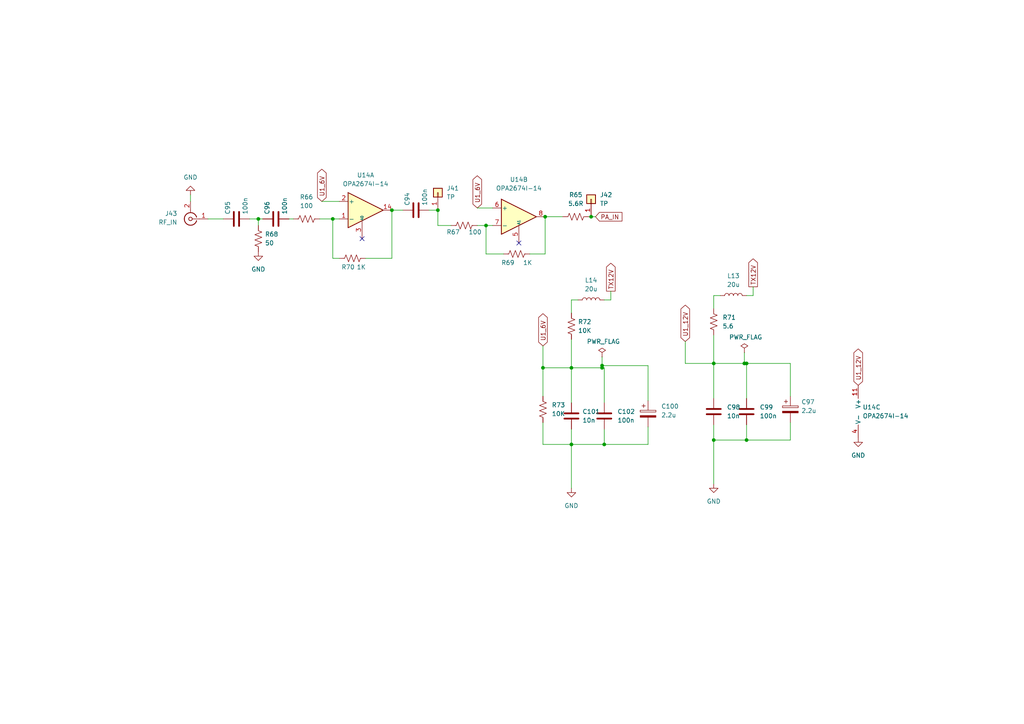
<source format=kicad_sch>
(kicad_sch (version 20211123) (generator eeschema)
  (paper "A4")
  (lib_symbols
    (symbol "Connector:Conn_Coaxial" (pin_names (offset 1.016) hide)
      (property "Reference" "J" (at 0.254 3.048 0))
      (property "Value" "Conn_Coaxial" (at 2.921 0 90))
      (symbol "Conn_Coaxial_0_1"
        (arc (start -1.778 -0.508) (mid 0.2311 -1.8066) (end 1.778 0) (stroke (width 0.254)))
        (polyline (pts (xy -2.54 0) (xy -0.508 0)))
        (polyline (pts (xy 0 -2.54) (xy 0 -1.778)))
        (circle (center 0 0) (radius 0.508) (stroke (width 0.2032)))
        (arc (start 1.778 0) (mid 0.2099 1.8101) (end -1.778 0.508) (stroke (width 0.254)))
      )
      (symbol "Conn_Coaxial_1_1"
        (pin passive line (at -5.08 0 0) (length 2.54) (name "In") (number "1"))
        (pin passive line (at 0 -5.08 90) (length 2.54) (name "Ext") (number "2"))
      )
    )
    (symbol "Connector_Generic:Conn_01x01" (pin_names (offset 1.016) hide)
      (property "Reference" "J" (at 0 2.54 0))
      (property "Value" "Conn_01x01" (at 0 -2.54 0))
      (symbol "Conn_01x01_1_1"
        (rectangle (start -1.27 0.127) (end 0 -0.127) (stroke (width 0.1524)))
        (rectangle (start -1.27 1.27) (end 1.27 -1.27) (stroke (width 0.254)) (fill (type background)))
        (pin passive line (at -5.08 0 0) (length 3.81) (name "Pin_1") (number "1"))
      )
    )
    (symbol "Custom_RF:OPA2674I-14" (pin_names (offset 0.127))
      (property "Reference" "U" (at 0 5.08 0))
      (property "Value" "OPA2674I-14" (at 6.35 -2.54 0))
      (symbol "OPA2674I-14_1_1"
        (polyline (pts (xy -5.08 5.08) (xy 5.08 0) (xy -5.08 -5.08) (xy -5.08 5.08)) (stroke (width 0.254)) (fill (type background)))
        (pin input line (at -7.62 -2.54 0) (length 2.54) (name "-") (number "1"))
        (pin no_connect line (at 0 -2.54 90) (length 2.54) hide (name "NC") (number "10"))
        (pin output line (at 7.62 0 180) (length 2.54) (name "~") (number "14"))
        (pin input line (at -7.62 2.54 0) (length 2.54) (name "+") (number "2"))
        (pin input line (at -1.0272 -8.2657 90) (length 5.08) (name "A0") (number "3"))
        (pin no_connect line (at -2.54 -2.54 90) (length 2.54) hide (name "NC") (number "9"))
      )
      (symbol "OPA2674I-14_2_1"
        (polyline (pts (xy -5.08 5.08) (xy 5.08 0) (xy -5.08 -5.08) (xy -5.08 5.08)) (stroke (width 0.254)) (fill (type background)))
        (pin no_connect line (at -2.54 -2.54 90) (length 2.54) hide (name "NC") (number "12"))
        (pin no_connect line (at 0 -2.54 90) (length 2.54) hide (name "NC") (number "13"))
        (pin input line (at 0 -7.62 90) (length 5.08) (name "~{DIS_B}") (number "5"))
        (pin input line (at -7.62 2.54 0) (length 2.54) (name "+") (number "6"))
        (pin input line (at -7.62 -2.54 0) (length 2.54) (name "-") (number "7"))
        (pin output line (at 7.62 0 180) (length 2.54) (name "~") (number "8"))
      )
      (symbol "OPA2674I-14_3_1"
        (pin power_in line (at -2.54 7.62 270) (length 3.81) (name "V+") (number "11"))
        (pin power_in line (at -2.54 -7.62 90) (length 3.81) (name "V-") (number "4"))
      )
    )
    (symbol "Device:C" (pin_numbers hide) (pin_names (offset 0.254))
      (property "Reference" "C" (at 0.635 2.54 0))
      (property "Value" "C" (at 0.635 -2.54 0))
      (symbol "C_0_1"
        (polyline (pts (xy -2.032 -0.762) (xy 2.032 -0.762)) (stroke (width 0.508)))
        (polyline (pts (xy -2.032 0.762) (xy 2.032 0.762)) (stroke (width 0.508)))
      )
      (symbol "C_1_1"
        (pin passive line (at 0 3.81 270) (length 2.794) (name "~") (number "1"))
        (pin passive line (at 0 -3.81 90) (length 2.794) (name "~") (number "2"))
      )
    )
    (symbol "Device:C_Polarized" (pin_numbers hide) (pin_names (offset 0.254))
      (property "Reference" "C" (at 0.635 2.54 0))
      (property "Value" "C_Polarized" (at 0.635 -2.54 0))
      (symbol "C_Polarized_0_1"
        (rectangle (start -2.286 0.508) (end 2.286 1.016))
        (polyline (pts (xy -1.778 2.286) (xy -0.762 2.286)))
        (polyline (pts (xy -1.27 2.794) (xy -1.27 1.778)))
        (rectangle (start 2.286 -0.508) (end -2.286 -1.016) (fill (type outline)))
      )
      (symbol "C_Polarized_1_1"
        (pin passive line (at 0 3.81 270) (length 2.794) (name "~") (number "1"))
        (pin passive line (at 0 -3.81 90) (length 2.794) (name "~") (number "2"))
      )
    )
    (symbol "Device:L" (pin_numbers hide) (pin_names (offset 1.016) hide)
      (property "Reference" "L" (at -1.27 0 90))
      (property "Value" "L" (at 1.905 0 90))
      (symbol "L_0_1"
        (arc (start 0 -2.54) (mid 0.635 -1.905) (end 0 -1.27))
        (arc (start 0 -1.27) (mid 0.635 -0.635) (end 0 0))
        (arc (start 0 0) (mid 0.635 0.635) (end 0 1.27))
        (arc (start 0 1.27) (mid 0.635 1.905) (end 0 2.54))
      )
      (symbol "L_1_1"
        (pin passive line (at 0 3.81 270) (length 1.27) (name "1") (number "1"))
        (pin passive line (at 0 -3.81 90) (length 1.27) (name "2") (number "2"))
      )
    )
    (symbol "Device:R_US" (pin_numbers hide) (pin_names (offset 0))
      (property "Reference" "R" (at 2.54 0 90))
      (property "Value" "R_US" (at -2.54 0 90))
      (symbol "R_US_0_1"
        (polyline (pts (xy 0 -2.286) (xy 0 -2.54)))
        (polyline (pts (xy 0 2.286) (xy 0 2.54)))
        (polyline (pts (xy 0 -0.762) (xy 1.016 -1.143) (xy 0 -1.524) (xy -1.016 -1.905) (xy 0 -2.286)))
        (polyline (pts (xy 0 0.762) (xy 1.016 0.381) (xy 0 0) (xy -1.016 -0.381) (xy 0 -0.762)))
        (polyline (pts (xy 0 2.286) (xy 1.016 1.905) (xy 0 1.524) (xy -1.016 1.143) (xy 0 0.762)))
      )
      (symbol "R_US_1_1"
        (pin passive line (at 0 3.81 270) (length 1.27) (name "~") (number "1"))
        (pin passive line (at 0 -3.81 90) (length 1.27) (name "~") (number "2"))
      )
    )
    (symbol "OPA2674I-14_1" (pin_names (offset 0.127))
      (property "Reference" "U1" (at 0 10.795 0))
      (property "Value" "OPA2674I-14" (at 0 8.255 0))
      (symbol "OPA2674I-14_1_1_1"
        (polyline (pts (xy -5.08 5.08) (xy 5.08 0) (xy -5.08 -5.08) (xy -5.08 5.08)) (stroke (width 0.254)) (fill (type background)))
        (pin input line (at -7.62 -2.54 0) (length 2.54) (name "-") (number "1"))
        (pin no_connect line (at 0 -2.54 90) (length 2.54) hide (name "NC") (number "10"))
        (pin output line (at 7.62 0 180) (length 2.54) (name "~") (number "14"))
        (pin input line (at -7.62 2.54 0) (length 2.54) (name "+") (number "2"))
        (pin input line (at -1.0272 -8.2657 90) (length 5.08) (name "A0") (number "3"))
        (pin no_connect line (at -2.54 -2.54 90) (length 2.54) hide (name "NC") (number "9"))
      )
      (symbol "OPA2674I-14_1_2_1"
        (polyline (pts (xy -5.08 5.08) (xy 5.08 0) (xy -5.08 -5.08) (xy -5.08 5.08)) (stroke (width 0.254)) (fill (type background)))
        (pin no_connect line (at -2.54 -2.54 90) (length 2.54) hide (name "NC") (number "12"))
        (pin no_connect line (at 0 -2.54 90) (length 2.54) hide (name "NC") (number "13"))
        (pin input line (at 0 -7.62 90) (length 5.08) (name "A1") (number "5"))
        (pin input line (at -7.62 2.54 0) (length 2.54) (name "+") (number "6"))
        (pin input line (at -7.62 -2.54 0) (length 2.54) (name "-") (number "7"))
        (pin output line (at 7.62 0 180) (length 2.54) (name "~") (number "8"))
      )
      (symbol "OPA2674I-14_1_3_1"
        (pin power_in line (at -2.54 7.62 270) (length 3.81) (name "V+") (number "11"))
        (pin power_in line (at -2.54 -7.62 90) (length 3.81) (name "V-") (number "4"))
      )
    )
    (symbol "power:GND" (power) (pin_names (offset 0))
      (property "Value" "GND" (at 0 -3.81 0))
      (symbol "GND_0_1"
        (polyline (pts (xy 0 0) (xy 0 -1.27) (xy 1.27 -1.27) (xy 0 -2.54) (xy -1.27 -1.27) (xy 0 -1.27)))
      )
      (symbol "GND_1_1"
        (pin power_in line (at 0 0 270) (length 0) hide (name "GND") (number "1"))
      )
    )
    (symbol "power:PWR_FLAG" (power) (pin_numbers hide) (pin_names (offset 0) hide)
      (property "Value" "PWR_FLAG" (at 0 3.81 0))
      (symbol "PWR_FLAG_0_0"
        (pin power_out line (at 0 0 90) (length 0) (name "pwr") (number "1"))
      )
      (symbol "PWR_FLAG_0_1"
        (polyline (pts (xy 0 0) (xy 0 1.27) (xy -1.016 1.905) (xy 0 2.54) (xy 1.016 1.905) (xy 0 1.27)))
      )
    )
  )
  (junction (at 165.735 106.68))
  (junction (at 216.535 105.41))
  (junction (at 171.45 62.865))
  (junction (at 175.26 128.905))
  (junction (at 215.9 105.41))
  (junction (at 74.93 63.5))
  (junction (at 207.01 127.635))
  (junction (at 174.625 106.045))
  (junction (at 216.535 127.635))
  (junction (at 207.01 105.41))
  (junction (at 96.52 63.5))
  (junction (at 158.115 62.865))
  (junction (at 113.665 60.96))
  (junction (at 140.97 65.405))
  (junction (at 157.48 106.68))
  (junction (at 165.735 128.905))
  (junction (at 174.625 106.68))
  (junction (at 127 60.96))
  (no_connect (at 105.0178 69.2257))
  (no_connect (at 150.495 70.485))
  (wire (pts (xy 174.625 106.045) (xy 174.625 106.68)))
  (wire (pts (xy 216.535 105.41) (xy 216.535 115.57)))
  (wire (pts (xy 167.64 86.995) (xy 165.735 86.995)))
  (wire (pts (xy 207.01 105.41) (xy 215.9 105.41)))
  (wire (pts (xy 96.52 63.5) (xy 98.425 63.5)))
  (wire (pts (xy 138.43 60.325) (xy 142.875 60.325)))
  (wire (pts (xy 175.26 124.46) (xy 175.26 128.905)))
  (wire (pts (xy 157.48 106.68) (xy 157.48 114.935)))
  (wire (pts (xy 177.165 84.455) (xy 177.165 86.995)))
  (wire (pts (xy 208.915 85.725) (xy 207.01 85.725)))
  (wire (pts (xy 198.755 99.06) (xy 198.755 105.41)))
  (wire (pts (xy 165.735 98.425) (xy 165.735 106.68)))
  (wire (pts (xy 215.9 102.235) (xy 215.9 105.41)))
  (wire (pts (xy 127 65.405) (xy 130.81 65.405)))
  (wire (pts (xy 153.67 73.66) (xy 158.115 73.66)))
  (wire (pts (xy 140.97 73.66) (xy 140.97 65.405)))
  (wire (pts (xy 218.44 85.725) (xy 216.535 85.725)))
  (wire (pts (xy 60.325 63.5) (xy 64.77 63.5)))
  (wire (pts (xy 207.01 127.635) (xy 216.535 127.635)))
  (wire (pts (xy 207.01 123.19) (xy 207.01 127.635)))
  (wire (pts (xy 96.52 63.5) (xy 96.52 74.93)))
  (wire (pts (xy 157.48 100.33) (xy 157.48 106.68)))
  (wire (pts (xy 158.115 62.865) (xy 163.195 62.865)))
  (wire (pts (xy 140.97 65.405) (xy 142.875 65.405)))
  (wire (pts (xy 127 60.96) (xy 124.46 60.96)))
  (wire (pts (xy 98.425 74.93) (xy 96.52 74.93)))
  (wire (pts (xy 229.235 122.555) (xy 229.235 127.635)))
  (wire (pts (xy 165.735 128.905) (xy 165.735 141.605)))
  (wire (pts (xy 207.01 105.41) (xy 198.755 105.41)))
  (wire (pts (xy 187.96 106.045) (xy 187.96 116.205)))
  (wire (pts (xy 175.26 106.68) (xy 175.26 116.84)))
  (wire (pts (xy 177.165 86.995) (xy 175.26 86.995)))
  (wire (pts (xy 207.01 127.635) (xy 207.01 140.335)))
  (wire (pts (xy 174.625 103.505) (xy 174.625 106.045)))
  (wire (pts (xy 207.01 97.155) (xy 207.01 105.41)))
  (wire (pts (xy 165.735 106.68) (xy 157.48 106.68)))
  (wire (pts (xy 55.245 58.42) (xy 55.245 56.515)))
  (wire (pts (xy 138.43 65.405) (xy 140.97 65.405)))
  (wire (pts (xy 127 65.405) (xy 127 60.96)))
  (wire (pts (xy 174.625 106.68) (xy 175.26 106.68)))
  (wire (pts (xy 157.48 128.905) (xy 157.48 122.555)))
  (wire (pts (xy 165.735 124.46) (xy 165.735 128.905)))
  (wire (pts (xy 218.44 83.185) (xy 218.44 85.725)))
  (wire (pts (xy 113.665 60.96) (xy 116.84 60.96)))
  (wire (pts (xy 146.05 73.66) (xy 140.97 73.66)))
  (wire (pts (xy 72.39 63.5) (xy 74.93 63.5)))
  (wire (pts (xy 74.93 63.5) (xy 74.93 65.405)))
  (wire (pts (xy 165.735 106.68) (xy 165.735 116.84)))
  (wire (pts (xy 165.735 106.68) (xy 174.625 106.68)))
  (wire (pts (xy 171.45 62.865) (xy 170.815 62.865)))
  (wire (pts (xy 83.82 63.5) (xy 85.09 63.5)))
  (wire (pts (xy 158.115 62.865) (xy 158.115 73.66)))
  (wire (pts (xy 113.665 60.96) (xy 113.665 74.93)))
  (wire (pts (xy 207.01 85.725) (xy 207.01 89.535)))
  (wire (pts (xy 165.735 86.995) (xy 165.735 90.805)))
  (wire (pts (xy 92.71 63.5) (xy 96.52 63.5)))
  (wire (pts (xy 229.235 127.635) (xy 216.535 127.635)))
  (wire (pts (xy 93.345 58.42) (xy 98.425 58.42)))
  (wire (pts (xy 174.625 106.045) (xy 187.96 106.045)))
  (wire (pts (xy 113.665 74.93) (xy 106.045 74.93)))
  (wire (pts (xy 172.72 62.865) (xy 171.45 62.865)))
  (wire (pts (xy 216.535 123.19) (xy 216.535 127.635)))
  (wire (pts (xy 229.235 114.935) (xy 229.235 105.41)))
  (wire (pts (xy 165.735 128.905) (xy 157.48 128.905)))
  (wire (pts (xy 216.535 105.41) (xy 229.235 105.41)))
  (wire (pts (xy 165.735 128.905) (xy 175.26 128.905)))
  (wire (pts (xy 187.96 128.905) (xy 175.26 128.905)))
  (wire (pts (xy 215.9 105.41) (xy 216.535 105.41)))
  (wire (pts (xy 207.01 105.41) (xy 207.01 115.57)))
  (wire (pts (xy 74.93 63.5) (xy 76.2 63.5)))
  (wire (pts (xy 187.96 123.825) (xy 187.96 128.905)))
  (global_label "PA_IN" (shape input) (at 172.72 62.865 0) (property "Intersheet References" "${INTERSHEET_REFS}" (effects hide)))
  (global_label "U1_12V" (shape bidirectional) (at 198.755 99.06 90) (property "Intersheet References" "${INTERSHEET_REFS}" (effects hide)))
  (global_label "U1_12V" (shape bidirectional) (at 248.92 111.76 90) (property "Intersheet References" "${INTERSHEET_REFS}" (effects hide)))
  (global_label "TX12V" (shape output) (at 177.165 84.455 90) (property "Intersheet References" "${INTERSHEET_REFS}" (effects hide)))
  (global_label "U1_6V" (shape bidirectional) (at 93.345 58.42 90) (property "Intersheet References" "${INTERSHEET_REFS}" (effects hide)))
  (global_label "U1_6V" (shape bidirectional) (at 138.43 60.325 90) (property "Intersheet References" "${INTERSHEET_REFS}" (effects hide)))
  (global_label "U1_6V" (shape bidirectional) (at 157.48 100.33 90) (property "Intersheet References" "${INTERSHEET_REFS}" (effects hide)))
  (global_label "TX12V" (shape output) (at 218.44 83.185 90) (property "Intersheet References" "${INTERSHEET_REFS}" (effects hide)))
  (symbol (lib_id "Device:C") (at 207.01 119.38 0) (unit 1)
    (property "Reference" "C98" (at 210.82 118.1099 0) (effects (justify left)))
    (property "Value" "10n" (at 210.82 120.6499 0) (effects (justify left)))
    (property "Footprint" "Capacitor_SMD:C_1206_3216Metric" (effects hide))
  )
  (symbol (lib_name "OPA2674I-14_1") (lib_id "Custom_RF:OPA2674I-14") (at 150.495 62.865 0) (unit 2)
    (property "Reference" "U14" (at 150.495 52.07 0))
    (property "Value" "OPA2674I-14" (at 150.495 54.61 0))
    (property "Footprint" "Package_SO:SOIC-14_3.9x8.7mm_P1.27mm" (effects hide))
    (property "Datasheet" "http://www.ti.com/lit/ds/sbos224d/sbos224d.pdf" (effects hide))
  )
  (symbol (lib_id "Device:R_US") (at 165.735 94.615 0) (unit 1)
    (property "Reference" "R72" (at 167.64 93.3449 0) (effects (justify left)))
    (property "Value" "10K" (at 167.64 95.8849 0) (effects (justify left)))
    (property "Footprint" "Resistor_SMD:R_1206_3216Metric" (effects hide))
  )
  (symbol (lib_id "Device:C") (at 68.58 63.5 90) (unit 1)
    (property "Reference" "C95" (at 66.04 62.23 0) (effects (justify left)))
    (property "Value" "100n" (at 71.12 62.23 0) (effects (justify left)))
    (property "Footprint" "Capacitor_SMD:C_1206_3216Metric" (effects hide))
  )
  (symbol (lib_id "Device:C") (at 165.735 120.65 0) (unit 1)
    (property "Reference" "C101" (at 168.91 119.3799 0) (effects (justify left)))
    (property "Value" "10n" (at 168.91 121.9199 0) (effects (justify left)))
    (property "Footprint" "Capacitor_SMD:C_1206_3216Metric" (effects hide))
  )
  (symbol (lib_id "Custom_RF:OPA2674I-14") (at 106.045 60.96 0) (unit 1)
    (property "Reference" "U14" (at 106.045 50.8 0))
    (property "Value" "OPA2674I-14" (at 106.045 53.34 0))
    (property "Footprint" "Package_SO:SOIC-14_3.9x8.7mm_P1.27mm" (effects hide))
    (property "Datasheet" "http://www.ti.com/lit/ds/sbos224d/sbos224d.pdf" (effects hide))
  )
  (symbol (lib_id "Device:R_US") (at 74.93 69.215 180) (unit 1)
    (property "Reference" "R68" (at 76.835 67.9449 0) (effects (justify right)))
    (property "Value" "50" (at 76.835 70.4849 0) (effects (justify right)))
    (property "Footprint" "Resistor_SMD:R_1206_3216Metric" (effects hide))
  )
  (symbol (lib_id "Custom_RF:OPA2674I-14") (at 251.46 119.38 0) (unit 3)
    (property "Reference" "U14" (at 250.19 118.1099 0) (effects (justify left)))
    (property "Value" "OPA2674I-14" (at 250.19 120.6499 0) (effects (justify left)))
    (property "Footprint" "Package_SO:SOIC-14_3.9x8.7mm_P1.27mm" (effects hide))
    (property "Datasheet" "http://www.ti.com/lit/ds/sbos224d/sbos224d.pdf" (effects hide))
  )
  (symbol (lib_id "Device:R_US") (at 102.235 74.93 90) (unit 1)
    (property "Reference" "R70" (at 100.965 77.47 90))
    (property "Value" "1K" (at 104.775 77.47 90))
    (property "Footprint" "Resistor_SMD:R_1206_3216Metric" (effects hide))
  )
  (symbol (lib_id "Device:C_Polarized") (at 229.235 118.745 0) (unit 1)
    (property "Reference" "C97" (at 232.41 116.5859 0) (effects (justify left)))
    (property "Value" "2.2u" (at 232.41 119.1259 0) (effects (justify left)))
    (property "Footprint" "Capacitor_THT:CP_Radial_D8.0mm_P2.50mm" (effects hide))
  )
  (symbol (lib_id "Device:C") (at 175.26 120.65 0) (unit 1)
    (property "Reference" "C102" (at 179.07 119.3799 0) (effects (justify left)))
    (property "Value" "100n" (at 179.07 121.9199 0) (effects (justify left)))
    (property "Footprint" "Capacitor_SMD:C_1206_3216Metric" (effects hide))
  )
  (symbol (lib_id "Device:R_US") (at 134.62 65.405 90) (unit 1)
    (property "Reference" "R67" (at 131.445 67.31 90))
    (property "Value" "100" (at 137.795 67.31 90))
    (property "Footprint" "Resistor_SMD:R_1206_3216Metric" (effects hide))
  )
  (symbol (lib_id "Device:R_US") (at 88.9 63.5 90) (unit 1)
    (property "Reference" "R66" (at 88.9 57.15 90))
    (property "Value" "100" (at 88.9 59.69 90))
    (property "Footprint" "Resistor_SMD:R_1206_3216Metric" (effects hide))
  )
  (symbol (lib_id "power:GND") (at 165.735 141.605 0) (unit 1)
    (property "Reference" "#PWR098" (effects hide))
    (property "Value" "GND" (at 165.735 146.685 0))
  )
  (symbol (lib_id "Device:C_Polarized") (at 187.96 120.015 0) (unit 1)
    (property "Reference" "C100" (at 191.77 117.8559 0) (effects (justify left)))
    (property "Value" "2.2u" (at 191.77 120.3959 0) (effects (justify left)))
    (property "Footprint" "Capacitor_THT:CP_Radial_D8.0mm_P2.50mm" (effects hide))
  )
  (symbol (lib_id "Connector_Generic:Conn_01x01") (at 127 55.88 90) (unit 1)
    (property "Reference" "J41" (at 129.54 54.6099 90) (effects (justify right)))
    (property "Value" "TP" (at 129.54 57.1499 90) (effects (justify right)))
    (property "Footprint" "Connector_PinHeader_1.00mm:PinHeader_1x01_P1.00mm_Vertical" (effects hide))
  )
  (symbol (lib_id "power:GND") (at 74.93 73.025 0) (unit 1)
    (property "Reference" "#PWR095" (effects hide))
    (property "Value" "GND" (at 74.93 78.105 0))
  )
  (symbol (lib_id "Connector_Generic:Conn_01x01") (at 171.45 57.785 90) (unit 1)
    (property "Reference" "J42" (at 173.99 56.5149 90) (effects (justify right)))
    (property "Value" "TP" (at 173.99 59.0549 90) (effects (justify right)))
    (property "Footprint" "Connector_PinHeader_1.00mm:PinHeader_1x01_P1.00mm_Vertical" (effects hide))
  )
  (symbol (lib_id "Device:R_US") (at 207.01 93.345 0) (unit 1)
    (property "Reference" "R71" (at 209.55 92.0749 0) (effects (justify left)))
    (property "Value" "5.6" (at 209.55 94.6149 0) (effects (justify left)))
    (property "Footprint" "Resistor_SMD:R_1206_3216Metric" (effects hide))
  )
  (symbol (lib_id "Device:C") (at 216.535 119.38 0) (unit 1)
    (property "Reference" "C99" (at 220.345 118.1099 0) (effects (justify left)))
    (property "Value" "100n" (at 220.345 120.6499 0) (effects (justify left)))
    (property "Footprint" "Capacitor_SMD:C_1206_3216Metric" (effects hide))
  )
  (symbol (lib_id "Device:R_US") (at 157.48 118.745 0) (unit 1)
    (property "Reference" "R73" (at 160.02 117.4749 0) (effects (justify left)))
    (property "Value" "10K" (at 160.02 120.0149 0) (effects (justify left)))
    (property "Footprint" "Resistor_SMD:R_1206_3216Metric" (effects hide))
  )
  (symbol (lib_id "Device:C") (at 80.01 63.5 90) (unit 1)
    (property "Reference" "C96" (at 77.47 62.23 0) (effects (justify left)))
    (property "Value" "100n" (at 82.55 62.23 0) (effects (justify left)))
    (property "Footprint" "Capacitor_SMD:C_1206_3216Metric" (effects hide))
  )
  (symbol (lib_id "power:GND") (at 55.245 56.515 180) (unit 1)
    (property "Reference" "#PWR094" (effects hide))
    (property "Value" "GND" (at 55.245 51.435 0))
  )
  (symbol (lib_id "power:GND") (at 248.92 127 0) (unit 1)
    (property "Reference" "#PWR096" (effects hide))
    (property "Value" "GND" (at 248.92 132.08 0))
  )
  (symbol (lib_id "Connector:Conn_Coaxial") (at 55.245 63.5 180) (unit 1)
    (property "Reference" "J43" (at 51.435 61.9367 0) (effects (justify left)))
    (property "Value" "RF_IN" (at 51.435 64.4767 0) (effects (justify left)))
    (property "Footprint" "Connector_Coaxial:SMA_Amphenol_901-144_Vertical" (effects hide))
    (property "Datasheet" " ~" (effects hide))
  )
  (symbol (lib_id "Device:R_US") (at 167.005 62.865 90) (unit 1)
    (property "Reference" "R65" (at 167.005 56.515 90))
    (property "Value" "5.6R" (at 167.005 59.055 90))
    (property "Footprint" "Resistor_SMD:R_1206_3216Metric" (effects hide))
  )
  (symbol (lib_id "Device:R_US") (at 149.86 73.66 90) (unit 1)
    (property "Reference" "R69" (at 147.32 76.2 90))
    (property "Value" "1K" (at 153.035 76.2 90))
    (property "Footprint" "Resistor_SMD:R_1206_3216Metric" (effects hide))
  )
  (symbol (lib_id "Device:L") (at 171.45 86.995 90) (unit 1)
    (property "Reference" "L14" (at 171.45 81.28 90))
    (property "Value" "20u" (at 171.45 83.82 90))
    (property "Footprint" "Inductor_SMD:L_1206_3216Metric" (effects hide))
  )
  (symbol (lib_id "power:PWR_FLAG") (at 215.9 102.235 0) (unit 1)
    (property "Reference" "#FLG011" (effects hide))
    (property "Value" "PWR_FLAG" (at 211.455 97.79 0) (effects (justify left)))
  )
  (symbol (lib_id "Device:C") (at 120.65 60.96 90) (unit 1)
    (property "Reference" "C94" (at 118.11 59.69 0) (effects (justify left)))
    (property "Value" "100n" (at 123.19 59.69 0) (effects (justify left)))
    (property "Footprint" "Capacitor_SMD:C_1206_3216Metric" (effects hide))
  )
  (symbol (lib_id "power:GND") (at 207.01 140.335 0) (unit 1)
    (property "Reference" "#PWR097" (effects hide))
    (property "Value" "GND" (at 207.01 145.415 0))
  )
  (symbol (lib_id "Device:L") (at 212.725 85.725 90) (unit 1)
    (property "Reference" "L13" (at 212.725 80.01 90))
    (property "Value" "20u" (at 212.725 82.55 90))
    (property "Footprint" "Inductor_SMD:L_1206_3216Metric" (effects hide))
  )
  (symbol (lib_id "power:PWR_FLAG") (at 174.625 103.505 0) (unit 1)
    (property "Reference" "#FLG012" (effects hide))
    (property "Value" "PWR_FLAG" (at 170.18 99.06 0) (effects (justify left)))
  )
)
</source>
